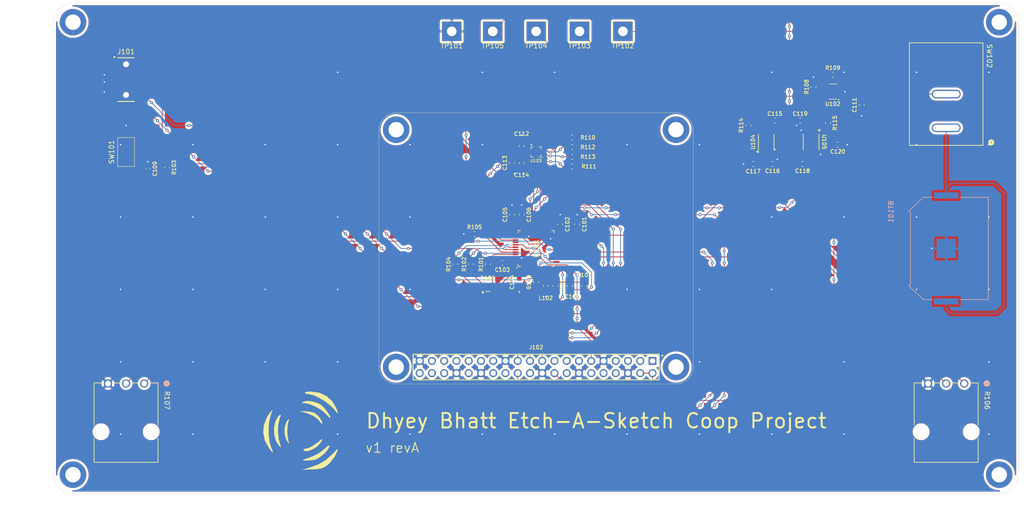
<source format=kicad_pcb>
(kicad_pcb (version 20241229) (generator "pcbnew") (generator_version "9.0")
  (layers (0 "F.Cu" signal) (2 "B.Cu" signal) (13 "F.Paste" user) (15 "B.Paste" user) (5 "F.SilkS" user "F.Silkscreen") (7 "B.SilkS" user "B.Silkscreen") (1 "F.Mask" user) (3 "B.Mask" user) (25 "Edge.Cuts" user))
  (net 0 "")
  (net 1 "Net-(BT101-PadP1)")
  (net 2 "GND")
  (net 3 "+3V3")
  (net 4 "/VDDA")
  (net 5 "GNDA")
  (net 6 "Net-(C109-Pad1)")
  (net 7 "/NRST")
  (net 8 "/VCC_3V_OUT")
  (net 9 "+5V")
  (net 10 "/VCC_3V")
  (net 11 "Net-(D101-Pad1)")
  (net 12 "Net-(D101-Pad3)")
  (net 13 "Net-(D101-Pad2)")
  (net 14 "/DEBUG_RX")
  (net 16 "/SWDIO")
  (net 18 "/SWO")
  (net 20 "/SWCLK")
  (net 22 "/DEBUG_TX")
  (net 25 "/SCREEN_NRST")
  (net 26 "/SPI2_SCK")
  (net 29 "/SPI2_MOSI")
  (net 37 "/SCREEN_HRDY")
  (net 42 "/SPI2_MISO")
  (net 48 "/SPI2_NSS")
  (net 51 "/X_CNTRL_POT")
  (net 52 "/Y_CNTRL_POT")
  (net 53 "/LED_B")
  (net 54 "/LED_G")
  (net 55 "/LED_R")
  (net 56 "Net-(U101A-PH3-BOOT0)")
  (net 57 "/ACCL_SDA")
  (net 58 "/ACCL_SCL")
  (net 66 "/ENABLE_5V")
  (net 67 "/ACCL_INT1")
  (net 72 "/ACCL_INT2")
  (net 78 "Net-(U104-C-)")
  (net 79 "Net-(U104-C+)")
  (net 80 "Net-(U105-C+)")
  (net 81 "Net-(U105-C-)")
  (net 82 "Net-(U102-ILIM)")
  (net 83 "Net-(U102-~{FAULT})")
  (net 84 "Net-(U103-SDO{slash}SDA0)")
  (net 85 "Net-(U103-CS)")
  (net 86 "Net-(U104-PGOOD)")
  (net 87 "Net-(U105-PGOOD)")
  (footprint "Dhyey Projects:0603_1608Metric" (layer "F.Cu") (at 152 107.775 90)
    (property "Reference" "L102")
    (property "Value" "600R@100MHz" (hide yes))
  )
  (footprint "Dhyey Projects:0603_1608Metric" (layer "F.Cu") (at 140 103.275 90)
    (property "Reference" "R101")
    (property "Value" "147R" (hide yes))
  )
  (footprint "Dhyey Projects:0603_1608Metric" (layer "F.Cu") (at 207.5 66.5 90)
    (property "Reference" "R108")
    (property "Value" "59K" (hide yes))
  )
  (footprint "MountingHole:MountingHole_3.2mm_M3_ISO14580_Pad_TopBottom" (layer "F.Cu") (at 120.995 124.585)
    (property "Reference" "H103" (hide yes))
    (property "Value" "MountingHole")
  )
  (footprint "Dhyey Projects:MIC_MCP1253T-33X50IMS" (layer "F.Cu") (at 207 77.9045 -90)
    (property "Reference" "U105")
    (property "Value" "MIC_MCP1253T-33X50I/MS" (hide yes))
  )
  (footprint "Dhyey Projects:0603_1608Metric" (layer "F.Cu") (at 147 78.725 -90)
    (property "Reference" "C112")
    (property "Value" "100nF" (hide yes))
  )
  (footprint "Dhyey Projects:0402_1005Metric" (layer "F.Cu") (at 69.5 83.5 90)
    (property "Reference" "C109")
    (property "Value" "10pF" (hide yes))
  )
  (footprint "TestPoint:TestPoint_THTPad_4.0x4.0mm_Drill2.0mm" (layer "F.Cu") (at 141 55 180)
    (property "Reference" "TP105")
    (property "Value" "VCC_5V")
  )
  (footprint "Dhyey Projects:0603_1608Metric" (layer "F.Cu") (at 199 82.5 180)
    (property "Reference" "C116")
    (property "Value" "10uF" (hide yes))
  )
  (footprint "Dhyey Projects:0603_1608Metric" (layer "F.Cu") (at 145 82.275 90)
    (property "Reference" "C113")
    (property "Value" "10uF" (hide yes))
  )
  (footprint "Dhyey Projects:0603_1608Metric" (layer "F.Cu") (at 211.5 64)
    (property "Reference" "R109")
    (property "Value" "100K" (hide yes))
  )
  (footprint "Dhyey Projects:0603_1608Metric" (layer "F.Cu") (at 204.725 73.5)
    (property "Reference" "C119")
    (property "Value" "10uF" (hide yes))
  )
  (footprint "Dhyey Projects:0603_1608Metric" (layer "F.Cu") (at 157.5 79 180)
    (property "Reference" "R112")
    (property "Value" "23.2K" (hide yes))
  )
  (footprint "Dhyey Projects:0603_1608Metric" (layer "F.Cu") (at 194 74.5 -90)
    (property "Reference" "R114")
    (property "Value" "100K" (hide yes))
  )
  (footprint "TestPoint:TestPoint_THTPad_4.0x4.0mm_Drill2.0mm" (layer "F.Cu") (at 132.5 55 180)
    (property "Reference" "TP101")
    (property "Value" "GND")
  )
  (footprint "Dhyey Projects:STM32L433CCT6" (layer "F.Cu") (at 150 100 90)
    (property "Reference" "U101")
    (property "Value" "STM32L433CCT6" (hide yes))
  )
  (footprint "MountingHole:MountingHole_3.2mm_M3_ISO14580_Pad_TopBottom" (layer "F.Cu") (at 246 53.1)
    (property "Reference" "H106" (hide yes))
    (property "Value" "MountingHole")
  )
  (footprint "Dhyey Projects:0603_1608Metric" (layer "F.Cu") (at 133.275 103.275 90)
    (property "Reference" "R104")
    (property "Value" "511R" (hide yes))
  )
  (footprint "TestPoint:TestPoint_THTPad_4.0x4.0mm_Drill2.0mm" (layer "F.Cu") (at 150 55 180)
    (property "Reference" "TP104")
    (property "Value" "VCC_3V3")
  )
  (footprint "Dhyey Projects:0603_1608Metric" (layer "F.Cu") (at 73.5 83.225 -90)
    (property "Reference" "R103")
    (property "Value" "1K" (hide yes))
  )
  (footprint "MountingHole:MountingHole_3.2mm_M3_ISO14580_Pad_TopBottom" (layer "F.Cu") (at 179.005 75.385)
    (property "Reference" "H102" (hide yes))
    (property "Value" "MountingHole")
  )
  (footprint "Dhyey Projects:0603_1608Metric" (layer "F.Cu") (at 143 103 180)
    (property "Reference" "C103")
    (property "Value" "100nF" (hide yes))
  )
  (footprint "Dhyey Projects:0603_1608Metric" (layer "F.Cu") (at 210.5 74 -90)
    (property "Reference" "R115")
    (property "Value" "100K" (hide yes))
  )
  (footprint "MountingHole:MountingHole_3.2mm_M3_ISO14580_Pad_TopBottom" (layer "F.Cu") (at 54 146.9)
    (property "Reference" "H107" (hide yes))
    (property "Value" "MountingHole")
  )
  (footprint "MountingHole:MountingHole_3.2mm_M3_ISO14580_Pad_TopBottom" (layer "F.Cu") (at 120.995 75.385)
    (property "Reference" "H101" (hide yes))
    (property "Value" "MountingHole")
  )
  (footprint "Dhyey Projects:TTE_P120PK-Y25BR10K" (layer "F.Cu") (at 65 135 180)
    (property "Reference" "R107")
    (property "Value" "TTE_P120PK-Y25BR10K" (hide yes))
  )
  (footprint "Dhyey Projects:0603_1608Metric" (layer "F.Cu") (at 157.5 81 180)
    (property "Reference" "R113")
    (property "Value" "23.2K" (hide yes))
  )
  (footprint "Dhyey Projects:TI_TPS2553DBVT_SOT-23-6" (layer "F.Cu") (at 211.5 67.5 180)
    (property "Reference" "U102")
    (property "Value" "TI_TPS2553DBVT" (hide yes))
  )
  (footprint "Dhyey Projects:0603_1608Metric" (layer "F.Cu") (at 147 82.275 -90)
    (property "Reference" "C114")
    (property "Value" "100nF" (hide yes))
  )
  (footprint "Dhyey Projects:ESW_RA11131121" (layer "F.Cu") (at 235 75 180)
    (property "Reference" "SW102")
    (property "Value" "ESW_RA11131121" (hide yes))
  )
  (footprint "Dhyey Projects:MIC_MCP1253T-33X50IMS" (layer "F.Cu") (at 197.7 77.944249 90)
    (property "Reference" "U104")
    (property "Value" "MIC_MCP1253T-33X50I/MS" (hide yes))
  )
  (footprint "Dhyey Projects:0603_1608Metric" (layer "F.Cu") (at 154 107.775 90)
    (property "Reference" "L101")
    (property "Value" "600R@100MHz" (hide yes))
  )
  (footprint "MountingHole:MountingHole_3.2mm_M3_ISO14580_Pad_TopBottom" (layer "F.Cu") (at 179.005 124.585)
    (property "Reference" "H104" (hide yes))
    (property "Value" "MountingHole")
  )
  (footprint "Dhyey Projects:0603_1608Metric" (layer "F.Cu") (at 157 107.775 -90)
    (property "Reference" "C108")
    (property "Value" "100nF" (hide yes))
  )
  (footprint "Dhyey Projects:ST_LIS2DW12TR" (layer "F.Cu") (at 150 80 180)
    (property "Reference" "U103")
    (property "Value" "ST_LIS2DW12TR" (hide yes))
  )
  (footprint "Dhyey Projects:0603_1608Metric" (layer "F.Cu") (at 145 93 90)
    (property "Reference" "C105")
    (property "Value" "1uF" (hide yes))
  )
  (footprint "MountingHole:MountingHole_3.2mm_M3_ISO14580_Pad_TopBottom" (layer "F.Cu") (at 54 53.1)
    (property "Reference" "H105" (hide yes))
    (property "Value" "MountingHole")
  )
  (footprint "Dhyey Projects:0603_1608Metric" (layer "F.Cu") (at 160 107.775 -90)
    (property "Reference" "C107")
    (property "Value" "1uF" (hide yes))
  )
  (footprint "MountingHole:MountingHole_3.2mm_M3_ISO14580_Pad_TopBottom" (layer "F.Cu") (at 246 146.9)
    (property "Reference" "H108" (hide yes))
    (property "Value" "MountingHole")
  )
  (footprint "Dhyey Projects:SAM_FTSH-107-01-L-DV-K-A_STDC14" (layer "F.Cu") (at 65 65 -90)
    (property "Reference" "J101")
    (property "Value" "SAM_FTSH-107-01-L-DV-K-A_STDC14" (hide yes))
  )
  (footprint "Dhyey Projects:0603_1608Metric" (layer "F.Cu") (at 136.5 103.275 90)
    (property "Reference" "R102")
    (property "Value" "147R" (hide yes))
  )
  (footprint "Dhyey Projects:WE_61304021121" (layer "F.Cu") (at 150 124.585 180)
    (property "Reference" "J102")
    (property "Value" "WE_61304021121" (hide yes))
  )
  (footprint "Dhyey Projects:0603_1608Metric" (layer "F.Cu") (at 158.5 95 90)
    (property "Reference" "C101")
    (property "Value" "4.7uF" (hide yes))
  )
  (footprint "Dhyey Projects:CK_GSPTS004003" (layer "F.Cu") (at 65 80 90)
    (property "Reference" "SW101")
    (property "Value" "CK_GSPTS004003" (hide yes))
  )
  (footprint "Dhyey Projects:0603_1608Metric" (layer "F.Cu") (at 212.5 78.5 180)
    (property "Reference" "C120")
    (property "Value" "10uF" (hide yes))
  )
  (footprint "Dhyey Projects:0603_1608Metric" (layer "F.Cu") (at 150 107 -90)
    (property "Reference" "C110")
    (property "Value" "22nF" (hide yes))
  )
  (footprint "Dhyey Projects:alumapower_icon" (layer "F.Cu") (at 101.5 137.5)
    (property "Reference" "G***" (hide yes))
    (property "Value" "LOGO" (hide yes))
  )
  (footprint "Dhyey Projects:0603_1608Metric" (layer "F.Cu") (at 205.225 82.5 180)
    (property "Reference" "C118")
    (property "Value" "1uF" (hide yes))
  )
  (footprint "Dhyey Projects:0603_1608Metric" (layer "F.Cu") (at 155 95 90)
    (property "Reference" "C102")
    (property "Value" "100nF" (hide yes))
  )
  (footprint "Dhyey Projects:0603_1608Metric" (layer "F.Cu") (at 157.45 77)
    (property "Reference" "R110")
    (property "Value" "10K" (hide yes))
  )
  (footprint "Dhyey Projects:0603_1608Metric" (layer "F.Cu") (at 137.225 97)
    (property "Reference" "R105")
    (property "Value" "10K" (hide yes))
  )
  (footprint "Dhyey Projects:0603_1608Metric" (layer "F.Cu") (at 157.45 83)
    (property "Reference" "R111")
    (property "Value" "10K" (hide yes))
  )
  (footprint "Dhyey Projects:TTE_P120PK-Y25BR10K" (layer "F.Cu") (at 235 135 180)
    (property "Reference" "R106")
    (property "Value" "TTE_P120PK-Y25BR10K" (hide yes))
  )
  (footprint "Dhyey Projects:0603_1608Metric" (layer "F.Cu") (at 217.5 70.275 90)
    (property "Reference" "C111")
    (property "Value" "100nF" (hide yes))
  )
  (footprint "Dhyey Projects:0603_1608Metric" (layer "F.Cu") (at 147 93 90)
    (property "Reference" "C106")
    (property "Value" "100nF" (hide yes))
  )
  (footprint "Dhyey Projects:0603_1608Metric" (layer "F.Cu") (at 199.5 73.5)
    (property "Reference" "C115")
    (property "Value" "1uF" (hide yes))
  )
  (footprint "Dhyey Projects:EE_EAST1616RGBB2" (layer "F.Cu") (at 140 108)
    (property "Reference" "D101")
    (property "Value" "EE_EAST1616RGBB2" (hide yes))
  )
  (footprint "TestPoint:TestPoint_THTPad_4.0x4.0mm_Drill2.0mm" (layer "F.Cu") (at 159 55 180)
    (property "Reference" "TP103")
    (property "Value" "VCC_3V_OUT")
  )
  (footprint "Dhyey Projects:0603_1608Metric" (layer "F.Cu") (at 195 82.5)
    (property "Reference" "C117")
    (property "Value" "10uF" (hide yes))
  )
  (footprint "TestPoint:TestPoint_THTPad_4.0x4.0mm_Drill2.0mm" (layer "F.Cu") (at 168 55 180)
    (property "Reference" "TP102")
    (property "Value" "VCC_3V")
  )
  (footprint "Dhyey Projects:0603_1608Metric" (layer "F.Cu") (at 146.5 107 -90)
    (property "Reference" "C104")
    (property "Value" "1uF" (hide yes))
  )
  (footprint "Dhyey Projects:KE_3034TR" (layer "B.Cu") (at 235 100 -90)
    (property "Reference" "BT101")
    (property "Value" "KE_3034TR" (hide yes))
  )
  (gr_line (start 178.945 128.105) (end 121.055 128.105) (stroke (width 0.05)) (layer "F.SilkS"))
  (gr_arc (start 121.055 128.105) (mid 118.488202 127.041798) (end 117.425 124.475) (stroke (width 0.05)) (layer "F.SilkS"))
  (gr_line (start 121.055 71.895) (end 178.945 71.895) (stroke (width 0.05)) (layer "F.SilkS"))
  (gr_line (start 117.425 124.475) (end 117.425 75.525) (stroke (width 0.05)) (layer "F.SilkS"))
  (gr_line (start 182.575 75.525) (end 182.575 124.475) (stroke (width 0.05)) (layer "F.SilkS"))
  (gr_arc (start 117.425 75.525) (mid 118.488202 72.958202) (end 121.055 71.895) (stroke (width 0.05)) (layer "F.SilkS"))
  (gr_arc (start 178.945 71.895) (mid 181.511798 72.958202) (end 182.575 75.525) (stroke (width 0.05)) (layer "F.SilkS"))
  (gr_arc (start 182.575 124.475) (mid 181.511798 127.041798) (end 178.945 128.105) (stroke (width 0.05)) (layer "F.SilkS"))
  (gr_arc (start 250 146.9) (mid 248.828427 149.728427) (end 246 150.9) (stroke (width 0.05)) (layer "Edge.Cuts"))
  (gr_arc (start 246 49.1) (mid 248.828427 50.271573) (end 250 53.1) (stroke (width 0.05)) (layer "Edge.Cuts"))
  (gr_arc (start 54 150.9) (mid 51.171573 149.728427) (end 50 146.9) (stroke (width 0.05)) (layer "Edge.Cuts"))
  (gr_line (start 246 150.9) (end 54 150.9) (stroke (width 0.05)) (layer "Edge.Cuts"))
  (gr_line (start 54 49.1) (end 246 49.1) (stroke (width 0.05)) (layer "Edge.Cuts"))
  (gr_line (start 250 53.1) (end 250 146.9) (stroke (width 0.05)) (layer "Edge.Cuts"))
  (gr_line (start 50 146.9) (end 50 53.1) (stroke (width 0.05)) (layer "Edge.Cuts"))
  (gr_arc (start 50 53.1) (mid 51.171573 50.271573) (end 54 49.1) (stroke (width 0.05)) (layer "Edge.Cuts"))
  (gr_text "Dhyey Bhatt Etch-A-Sketch Coop Project" (at 114.5 137.5 0) (layer "F.SilkS") (effects (font (size 3 3) (thickness 0.4)) (justify left bottom)))
  (gr_text "v1 revA" (at 114.5 142.5 0) (layer "F.SilkS") (effects (font (size 2 2) (thickness 0.2)) (justify left bottom)))
  (segment (start 235 89.015) (end 235 75) (width 0.1524) (layer "B.Cu") (net 1))
  (segment (start 247 88.5) (end 247 112) (width 0.1524) (layer "B.Cu") (net 1))
  (segment (start 235 112.5) (end 235 110.985) (width 0.1524) (layer "B.Cu") (net 1))
  (segment (start 245.5 113.5) (end 236 113.5) (width 0.1524) (layer "B.Cu") (net 1))
  (segment (start 245 86.5) (end 247 88.5) (width 0.1524) (layer "B.Cu") (net 1))
  (segment (start 235 89.015) (end 235 87.5) (width 0.1524) (layer "B.Cu") (net 1))
  (segment (start 247 112) (end 245.5 113.5) (width 0.1524) (layer "B.Cu") (net 1))
  (segment (start 236 113.5) (end 235 112.5) (width 0.1524) (layer "B.Cu") (net 1))
  (segment (start 236 86.5) (end 245 86.5) (width 0.1524) (layer "B.Cu") (net 1))
  (segment (start 235 87.5) (end 236 86.5) (width 0.1524) (layer "B.Cu") (net 1))
  (segment (start 149.24 78.74) (end 149 78.5) (width 0.1524) (layer "F.Cu") (net 2))
  (segment (start 62.965 63.73) (end 60.77 63.73) (width 0.1524) (layer "F.Cu") (net 2))
  (segment (start 150 107.775) (end 148.725 107.775) (width 0.1524) (layer "F.Cu") (net 2))
  (segment (start 207.974999 80) (end 208.474999 80) (width 0.1524) (layer "F.Cu") (net 2))
  (segment (start 146.5 107.775) (end 146.5 109) (width 0.1524) (layer "F.Cu") (net 2))
  (segment (start 217.5 71.05) (end 217.5 72.5) (width 0.1524) (layer "F.Cu") (net 2))
  (segment (start 154.249999 97.749999) (end 153.250001 97.749999) (width 0.1524) (layer "F.Cu") (net 2))
  (segment (start 208.474999 80) (end 208.974999 80.5) (width 0.1524) (layer "F.Cu") (net 2))
  (segment (start 69.5 83.02) (end 69.5 82) (width 0.1524) (layer "F.Cu") (net 2))
  (segment (start 149.24 79.25) (end 149.24 78.74) (width 0.1524) (layer "F.Cu") (net 2))
  (segment (start 148.5 97.5) (end 147.749999 96.749999) (width 0.1524) (layer "F.Cu") (net 2))
  (segment (start 199.775 82.5) (end 199.775 81.725) (width 0.1524) (layer "F.Cu") (net 2))
  (segment (start 145.750001 102.250001) (end 146.749999 102.250001) (width 0.1524) (layer "F.Cu") (net 2))
  (segment (start 194.225 82.5) (end 193 82.5) (width 0.1524) (layer "F.Cu") (net 2))
  (segment (start 60.5 67.54) (end 62.965 67.54) (width 0.1524) (layer "F.Cu") (net 2))
  (segment (start 147 83.05) (end 147 84) (width 0.1524) (layer "F.Cu") (net 2))
  (segment (start 212.755 67.5) (end 214 67.5) (width 0.1524) (layer "F.Cu") (net 2))
  (segment (start 147 84) (end 147.5 84.5) (width 0.1524) (layer "F.Cu") (net 2))
  (segment (start 198.674999 80.039749) (end 198.960251 80.039749) (width 0.1524) (layer "F.Cu") (net 2))
  (segment (start 65 76.15) (end 65 74.5) (width 0.1524) (layer "F.Cu") (net 2))
  (segment (start 149.75 79.24) (end 149.25 79.24) (width 0.1524) (layer "F.Cu") (net 2))
  (segment (start 145 92.225) (end 145 91) (width 0.1524) (layer "F.Cu") (net 2))
  (segment (start 206.025001 75.809) (end 205.283999 75.809) (width 0.1524) (layer "F.Cu") (net 2))
  (segment (start 153.250001 97.749999) (end 153 98) (width 0.1524) (layer "F.Cu") (net 2))
  (segment (start 199.775 81.725) (end 200 81.5) (width 0.1524) (layer "F.Cu") (net 2))
  (segment (start 147.749999 96.749999) (end 147.749999 95.750001) (width 0.1524) (layer "F.Cu") (net 2))
  (segment (start 61 65) (end 60.5 65.5) (width 0.1524) (layer "F.Cu") (net 2))
  (segment (start 149.25 79.24) (end 149.24 79.25) (width 0.1524) (layer "F.Cu") (net 2))
  (segment (start 62.965 65) (end 61 65) (width 0.1524) (layer "F.Cu") (net 2))
  (segment (start 198.960251 80.039749) (end 199.5 79.5) (width 0.1524) (layer "F.Cu") (net 2))
  (segment (start 147 77.95) (end 147 76.5) (width 0.1524) (layer "F.Cu") (net 2))
  (segment (start 60.77 63.73) (end 60.5 64) (width 0.1524) (layer "F.Cu") (net 2))
  (segment (start 155 94.225) (end 155 93) (width 0.1524) (layer "F.Cu") (net 2))
  (segment (start 136.45 97) (end 135 97) (width 0.1524) (layer "F.Cu") (net 2))
  (segment (start 203.95 74.45) (end 204 74.5) (width 0.1524) (layer "F.Cu") (net 2))
  (segment (start 142.225 103.725) (end 142.5 104) (width 0.1524) (layer "F.Cu") (net 2))
  (segment (start 213.275 78.5) (end 214.5 78.5) (width 0.1524) (layer "F.Cu") (net 2))
  (segment (start 205.283999 75.809) (end 204.974999 75.5) (width 0.1524) (layer "F.Cu") (net 2))
  (segment (start 158.5 94.225) (end 158.5 93) (width 0.1524) (layer "F.Cu") (net 2))
  (segment (start 207.5 65.725) (end 207.5 64.5) (width 0.1524) (layer "F.Cu") (net 2))
  (segment (start 146.749999 102.250001) (end 147 102) (width 0.1524) (layer "F.Cu") (net 2))
  (segment (start 145 84) (end 145.5 84.5) (width 0.1524) (layer "F.Cu") (net 2))
  (segment (start 147 92.225) (end 147 91) (width 0.1524) (layer "F.Cu") (net 2))
  (segment (start 149.24 79.75) (end 149.24 79.25) (width 0.1524) (layer "F.Cu") (net 2))
  (segment (start 142.225 103) (end 142.225 103.725) (width 0.1524) (layer "F.Cu") (net 2))
  (segment (start 152 108.55) (end 152 110) (width 0.1524) (layer "F.Cu") (net 2))
  (segment (start 203.95 73.5) (end 203.95 74.45) (width 0.1524) (layer "F.Cu") (net 2))
  (segment (start 148.725 107.775) (end 148.5 108) (width 0.1524) (layer "F.Cu") (net 2))
  (segment (start 145 83.05) (end 145 84) (width 0.1524) (layer "F.Cu") (net 2))
  (via (at 228.85119 78.5) (size 0.6) (drill 0.3) (layers "F.Cu" "B.Cu") (net 2))
  (via (at 208.974999 80.5) (size 0.6) (drill 0.3) (layers "F.Cu" "B.Cu") (net 2))
  (via (at 198.85119 138.5) (size 0.6) (drill 0.3) (layers "F.Cu" "B.Cu") (net 2))
  (via (at 123.85119 138.5) (size 0.6) (drill 0.3) (layers "F.Cu" "B.Cu") (net 2))
  (via (at 78.85119 108.5) (size 0.6) (drill 0.3) (layers "F.Cu" "B.Cu") (net 2))
  (via (at 149 78.5) (size 0.6) (drill 0.3) (layers "F.Cu" "B.Cu") (net 2))
  (via (at 228.85119 93.5) (size 0.6) (drill 0.3) (layers "F.Cu" "B.Cu") (net 2))
  (via (at 217.5 72.5) (size 0.6) (drill 0.3) (layers "F.Cu" "B.Cu") (net 2))
  (via (at 63.85119 78.5) (size 0.6) (drill 0.3) (layers "F.Cu" "B.Cu") (net 2))
  (via (at 153.85119 138.5) (size 0.6) (drill 0.3) (layers "F.Cu" "B.Cu") (net 2))
  (via (at 198.85119 108.5) (size 0.6) (drill 0.3) (layers "F.Cu" "B.Cu") (net 2))
  (via (at 146.5 109) (size 0.6) (drill 0.3) (layers "F.Cu" "B.Cu") (net 2))
  (via (at 148.5 108) (size 0.6) (drill 0.3) (layers "F.Cu" "B.Cu") (net 2))
  (via (at 183.85119 108.5) (size 0.6) (drill 0.3) (layers "F.Cu" "B.Cu") (net 2))
  (via (at 204 74.5) (size 0.6) (drill 0.3) (layers "F.Cu" "B.Cu") (net 2))
  (via (at 78.85119 93.5) (size 0.6) (drill 0.3) (layers "F.Cu" "B.Cu") (net 2))
  (via (at 243.85119 63.5) (size 0.6) (drill 0.3) (layers "F.Cu" "B.Cu") (net 2))
  (via (at 243.85119 78.5) (size 0.6) (drill 0.3) (layers "F.Cu" "B.Cu") (net 2))
  (via (at 69.5 82) (size 0.6) (drill 0.3) (layers "F.Cu" "B.Cu") (net 2))
  (via (at 204.974999 75.5) (size 0.6) (drill 0.3) (layers "F.Cu" "B.Cu") (net 2))
  (via (at 198.85119 63.5) (size 0.6) (drill 0.3) (layers "F.Cu" "B.Cu") (net 2))
  (via (at 93.85119 108.5) (size 0.6) (drill 0.3) (layers "F.Cu" "B.Cu") (net 2))
  (via (at 123.85119 93.5) (size 0.6) (drill 0.3) (layers "F.Cu" "B.Cu") (net 2))
  (via (at 63.85119 108.5) (size 0.6) (drill 0.3) (layers "F.Cu" "B.Cu") (net 2))
  (via (at 147.5 84.5) (size 0.6) (drill 0.3) (layers "F.Cu" "B.Cu") (net 2))
  (via (at 148.5 97.5) (size 0.6) (drill 0.3) (layers "F.Cu" "B.Cu") (net 2))
  (via (at 243.85119 93.5) (size 0.6) (drill 0.3) (layers "F.Cu" "B.Cu") (net 2))
  (via (at 108.85119 108.5) (size 0.6) (drill 0.3) (layers "F.Cu" "B.Cu") (net 2))
  (via (at 213.85119 93.5) (size 0.6) (drill 0.3) (layers "F.Cu" "B.Cu") (net 2))
  (via (at 198.85119 93.5) (size 0.6) (drill 0.3) (layers "F.Cu" "B.Cu") (net 2))
  (via (at 168.85119 78.5) (size 0.6) (drill 0.3) (layers "F.Cu" "B.Cu") (net 2))
  (via (at 228.85119 108.5) (size 0.6) (drill 0.3) (layers "F.Cu" "B.Cu") (net 2))
  (via (at 93.85119 138.5) (size 0.6) (drill 0.3) (layers "F.Cu" "B.Cu") (net 2))
  (via (at 153.85119 63.5) (size 0.6) (drill 0.3) (layers "F.Cu" "B.Cu") (net 2))
  (via (at 168.85119 138.5) (size 0.6) (drill 0.3) (layers "F.Cu" "B.Cu") (net 2))
  (via (at 214.5 78.5) (size 0.6) (drill 0.3) (layers "F.Cu" "B.Cu") (net 2))
  (via (at 213.85119 123.5) (size 0.6) (drill 0.3) (layers "F.Cu" "B.Cu") (net 2))
  (via (at 78.85119 138.5) (size 0.6) (drill 0.3) (layers "F.Cu" "B.Cu") (net 2))
  (via (at 108.85119 93.5) (size 0.6) (drill 0.3) (layers "F.Cu" "B.Cu") (net 2))
  (via (at 63.85119 93.5) (size 0.6) (drill 0.3) (layers "F.Cu" "B.Cu") (net 2))
  (via (at 93.85119 78.5) (size 0.6) (drill 0.3) (layers "F.Cu" "B.Cu") (net 2))
  (via (at 60.5 65.5) (size 0.6) (drill 0.3) (layers "F.Cu" "B.Cu") (net 2))
  (via (at 213.85119 138.5) (size 0.6) (drill 0.3) (layers "F.Cu" "B.Cu") (net 2))
  (via (at 228.85119 63.5) (size 0.6) (drill 0.3) (layers "F.Cu" "B.Cu") (net 2))
  (via (at 152 110) (size 0.6) (drill 0.3) (layers "F.Cu" "B.Cu") (net 2))
  (via (at 145 91) (size 0.6) (drill 0.3) (layers "F.Cu" "B.Cu") (net 2))
  (via (at 147 76.5) (size 0.6) (drill 0.3) (layers "F.Cu" "B.Cu") (net 2))
  (via (at 138.85119 138.5) (size 0.6) (drill 0.3) (layers "F.Cu" "B.Cu") (net 2))
  (via (at 200 81.5) (size 0.6) (drill 0.3) (layers "F.Cu" "B.Cu") (net 2))
  (via (at 153 98) (size 0.6) (drill 0.3) (layers "F.Cu" "B.Cu") (net 2))
  (via (at 108.85119 78.5) (size 0.6) (drill 0.3) (layers "F.Cu" "B.Cu") (net 2))
  (via (at 232 100) (size 0.6) (drill 0.3) (layers "F.Cu" "B.Cu") (net 2))
  (via (at 183.85119 78.5) (size 0.6) (drill 0.3) (layers "F.Cu" "B.Cu") (net 2))
  (via (at 214 67.5) (size 0.6) (drill 0.3) (layers "F.Cu" "B.Cu") (net 2))
  (via (at 243.85119 123.5) (size 0.6) (drill 0.3) (layers "F.Cu" "B.Cu") (net 2))
  (via (at 183.85119 123.5) (size 0.6) (drill 0.3) (layers "F.Cu" "B.Cu") (net 2))
  (via (at 93.85119 93.5) (size 0.6) (drill 0.3) (layers "F.Cu" "B.Cu") (net 2))
  (via (at 138.85119 78.5) (size 0.6) (drill 0.3) (layers "F.Cu" "B.Cu") (net 2))
  (via (at 135 97) (size 0.6) (drill 0.3) (layers "F.Cu" "B.Cu") (net 2))
  (via (at 123.85119 78.5) (size 0.6) (drill 0.3) (layers "F.Cu" "B.Cu") (net 2))
  (via (at 63.85119 123.5) (size 0.6) (drill 0.3) (layers "F.Cu" "B.Cu") (net 2))
  (via (at 168.85119 108.5) (size 0.6) (drill 0.3) (layers "F.Cu" "B.Cu") (net 2))
  (via (at 60.5 67.54) (size 0.6) (drill 0.3) (layers "F.Cu" "B.Cu") (net 2))
  (via (at 213.85119 63.5) (size 0.6) (drill 0.3) (layers "F.Cu" "B.Cu") (net 2))
  (via (at 207.5 64.5) (size 0.6) (drill 0.3) (layers "F.Cu" "B.Cu") (net 2))
  (via (at 65 74.5) (size 0.6) (drill 0.3) (layers "F.Cu" "B.Cu") (net 2))
  (via (at 63.85119 138.5) (size 0.6) (drill 0.3) (layers "F.Cu" "B.Cu") (net 2))
  (via (at 108.85119 123.5) (size 0.6) (drill 0.3) (layers "F.Cu" "B.Cu") (net 2))
  (via (at 199.5 79.5) (size 0.6) (drill 0.3) (layers "F.Cu" "B.Cu") (net 2))
  (via (at 243.85119 138.5) (size 0.6) (drill 0.3) (layers "F.Cu" "B.Cu") (net 2))
  (via (at 108.85119 63.5) (size 0.6) (drill 0.3) (layers "F.Cu" "B.Cu") (net 2))
  (via (at 138.85119 63.5) (size 0.6) (drill 0.3) (layers "F.Cu" "B.Cu") (net 2))
  (via (at 108.85119 138.5) (size 0.6) (drill 0.3) (layers "F.Cu" "B.Cu") (net 2))
  (via (at 193 82.5) (size 0.6) (drill 0.3) (layers "F.Cu" "B.Cu") (net 2))
  (via (at 142.5 104) (size 0.6) (drill 0.3) (layers "F.Cu" "B.Cu") (net 2))
  (via (at 93.85119 123.5) (size 0.6) (drill 0.3) (layers "F.Cu" "B.Cu") (net 2))
  (via (at 158.5 93) (size 0.6) (drill 0.3) (layers "F.Cu" "B.Cu") (net 2))
  (via (at 78.85119 123.5) (size 0.6) (drill 0.3) (layers "F.Cu" "B.Cu") (net 2))
  (via (at 147 102) (size 0.6) (drill 0.3) (layers "F.Cu" "B.Cu") (net 2))
  (via (at 183.85119 138.5) (size 0.6) (drill 0.3) (layers "F.Cu" "B.Cu") (net 2))
  (via (at 155 93) (size 0.6) (drill 0.3) (layers "F.Cu" "B.Cu") (net 2))
  (via (at 145.5 84.5) (size 0.6) (drill 0.3) (layers "F.Cu" "B.Cu") (net 2))
  (via (at 243.85119 108.5) (size 0.6) (drill 0.3) (layers "F.Cu" "B.Cu") (net 2))
  (via (at 60.5 64) (size 0.6) (drill 0.3) (layers "F.Cu" "B.Cu") (net 2))
  (via (at 147 91) (size 0.6) (drill 0.3) (layers "F.Cu" "B.Cu") (net 2))
  (via (at 123.85119 108.5) (size 0.6) (drill 0.3) (layers "F.Cu" "B.Cu") (net 2))
  (via (at 78.85119 78.5) (size 0.6) (drill 0.3) (layers "F.Cu" "B.Cu") (net 2))
  (segment (start 235 100) (end 232 100) (width 0.1524) (layer "B.Cu") (net 2))
  (segment (start 147.25 97.75) (end 148.591858 99.091858) (width 0.1524) (layer "F.Cu") (net 3))
  (segment (start 135.5 76) (end 117 57.5) (width 0.1524) (layer "F.Cu") (net 3))
  (segment (start 148.25 80.75) (end 149.24 80.75) (width 0.1524) (layer "F.Cu") (net 3))
  (segment (start 144.341857 105.841857) (end 141.733716 108.449999) (width 0.1524) (layer "F.Cu") (net 3))
  (segment (start 160.5 97.25) (end 159.5 97.25) (width 0.1524) (layer "F.Cu") (net 3))
  (segment (start 158.225 77) (end 158.225 78.95) (width 0.1524) (layer "F.Cu") (net 3))
  (segment (start 140 92) (end 135.5 87.5) (width 0.1524) (layer "F.Cu") (net 3))
  (segment (start 158.225 75.725) (end 158.225 77) (width 0.1524) (layer "F.Cu") (net 3))
  (segment (start 195.981548 82.5) (end 195.775 82.5) (width 0.1524) (layer "F.Cu") (net 3))
  (segment (start 154.249999 97.25) (end 154.249999 96.525001) (width 0.1524) (layer "F.Cu") (net 3))
  (segment (start 60 57.5) (end 58.5 59) (width 0.1524) (layer "F.Cu") (net 3))
  (segment (start 144.025 102.75) (end 145.750001 102.75) (width 0.1524) (layer "F.Cu") (net 3))
  (segment (start 143.5 81.5) (end 145 81.5) (width 0.1524) (layer "F.Cu") (net 3))
  (segment (start 158.275 79) (end 158.275 81) (width 0.1524) (layer "F.Cu") (net 3))
  (segment (start 158.225 78.95) (end 158.275 79) (width 0.1524) (layer "F.Cu") (net 3))
  (segment (start 147.25 95.750001) (end 147.25 97.75) (width 0.1524) (layer "F.Cu") (net 3))
  (segment (start 153 111) (end 146.5 111) (width 0.1524) (layer "F.Cu") (net 3))
  (segment (start 140 85) (end 140.5 84.5) (width 0.1524) (layer "F.Cu") (net 3))
  (segment (start 195.775 85.0226) (end 238.7524 128) (width 0.1524) (layer "F.Cu") (net 3))
  (segment (start 197.374999 81.106549) (end 195.981548 82.5) (width 0.1524) (layer "F.Cu") (net 3))
  (segment (start 117 57.5) (end 60 57.5) (width 0.1524) (layer "F.Cu") (net 3))
  (segment (start 157.5 75) (end 158.225 75.725) (width 0.1524) (layer "F.Cu") (net 3))
  (segment (start 195.775 82.5) (end 195.775 85.0226) (width 0.1524) (layer "F.Cu") (net 3))
  (segment (start 181.025 97.25) (end 160.5 97.25) (width 0.1524) (layer "F.Cu") (net 3))
  (segment (start 147 79.5) (end 147.75 80.25) (width 0.1524) (layer "F.Cu") (net 3))
  (segment (start 135.5 76.5) (end 135.5 76) (width 0.1524) (layer "F.Cu") (net 3))
  (segment (start 179.8875 66) (end 161 66) (width 0.1524) (layer "F.Cu") (net 3))
  (segment (start 141.733716 108.449999) (end 140.9652 108.449999) (width 0.1524) (layer "F.Cu") (net 3))
  (segment (start 145.5 76) (end 146.5 75) (width 0.1524) (layer "F.Cu") (net 3))
  (segment (start 147.25 95.750001) (end 147.25 94.75) (width 0.1524) (layer "F.Cu") (net 3))
  (segment (start 158.275 82.95) (end 158.225 83) (width 0.1524) (layer "F.Cu") (net 3))
  (segment (start 146.5 105) (end 146.5 106.225) (width 0.1524) (layer "F.Cu") (net 3))
  (segment (start 147.75 80.25) (end 149.24 80.25) (width 0.1524) (layer "F.Cu") (net 3))
  (segment (start 58.5 61) (end 59.96 62.46) (width 0.1524) (layer "F.Cu") (net 3))
  (segment (start 197.374999 80.039749) (end 197.374999 81.106549) (width 0.1524) (layer "F.Cu") (net 3))
  (segment (start 147.25 94.75) (end 147 94.5) (width 0.1524) (layer "F.Cu") (net 3))
  (segment (start 148.591858 99.091858) (end 151.091858 99.091858) (width 0.1524) (layer "F.Cu") (net 3))
  (segment (start 146.5 75) (end 157.5 75) (width 0.1524) (layer "F.Cu") (net 3))
  (segment (start 145.750001 102.75) (end 147.433715 102.75) (width 0.1524) (layer "F.Cu") (net 3))
  (segment (start 58.5 59) (end 58.5 61) (width 0.1524) (layer "F.Cu") (net 3))
  (segment (start 154 108.55) (end 154 110) (width 0.1524) (layer "F.Cu") (net 3))
  (segment (start 142 83) (end 143.5 81.5) (width 0.1524) (layer "F.Cu") (net 3))
  (segment (start 147.433715 102.75) (end 151.091858 99.091858) (width 0.1524) (layer "F.Cu") (net 3))
  (segment (start 86.7524 110) (end 140.183715 110) (width 0.1524) (layer "F.Cu") (net 3))
  (segment (start 140 92) (end 140 85) (width 0.1524) (layer "F.Cu") (net 3))
  (segment (start 151.091858 99.091858) (end 152.933715 97.25) (width 0.1524) (layer "F.Cu") (net 3))
  (segment (start 147.25 104.249999) (end 146.5 105) (width 0.1524) (layer "F.Cu") (net 3))
  (segment (start 161 66) (end 150 55) (width 0.1524) (layer "F.Cu") (net 3))
  (segment (start 158.5 96.25) (end 159.5 97.25) (width 0.1524) (layer "F.Cu") (net 3))
  (segment (start 158.275 81) (end 158.275 82.95) (width 0.1524) (layer "F.Cu") (net 3))
  (segment (start 135.5 87.5) (end 135.5 81) (width 0.1524) (layer "F.Cu") (net 3))
  (segment (start 143.5 95.5) (end 140 92) (width 0.1524) (layer "F.Cu") (net 3))
  (segment (start 147.25 102.933715) (end 144.341857 105.841857) (width 0.1524) (layer "F.Cu") (net 3))
  (segment (start 147.25 102.933715) (end 147.25 104.249999) (width 0.1524) (layer "F.Cu") (net 3))
  (segment (start 147 81.5) (end 147.5 81.5) (width 0.1524) (layer "F.Cu") (net 3))
  (segment (start 147 94.5) (end 147 93.775) (width 0.1524) (layer "F.Cu") (net 3))
  (segment (start 195.775 81.8875) (end 179.8875 66) (width 0.1524) (layer "F.Cu") (net 3))
  (segment (start 147.433715 102.75) (end 147.25 102.933715) (width 0.1524) (layer "F.Cu") (net 3))
  (segment (start 145 81.5) (end 147 81.5) (width 0.1524) (layer "F.Cu") (net 3))
  (segment (start 146.5 111) (end 144.841857 109.341857) (width 0.1524) (layer "F.Cu") (net 3))
  (segment (start 154.249999 96.525001) (end 155 95.775) (width 0.1524) (layer "F.Cu") (net 3))
  (segment (start 140.183715 110) (end 141.733716 108.449999) (width 0.1524) (layer "F.Cu") (net 3))
  (segment (start 154 110) (end 153 111) (width 0.1524) (layer "F.Cu") (net 3))
  (segment (start 147.25 95.750001) (end 146.999999 95.5) (width 0.1524) (layer "F.Cu") (net 3))
  (segment (start 143.775 103) (end 144.025 102.75) (width 0.1524) (layer "F.Cu") (net 3))
  (segment (start 144.841857 109.341857) (end 144.841857 105.341857) (width 0.1524) (layer "F.Cu") (net 3))
  (segment (start 146.999999 95.5) (end 143.5 95.5) (width 0.1524) (layer "F.Cu") (net 3))
  (segment (start 159.5 97.25) (end 154.249999 97.25) (width 0.1524) (layer "F.Cu") (net 3))
  (segment (start 144.841857 105.341857) (end 144.341857 105.841857) (width 0.1524) (layer "F.Cu") (net 3))
  (segment (start 195.775 82.5) (end 195.775 81.8875) (width 0.1524) (layer "F.Cu") (net 3))
  (segment (start 143.5 81.5) (end 145.5 79.5) (width 0.1524) (layer "F.Cu") (net 3))
  (segment (start 68.7524 128) (end 86.7524 110) (width 0.1524) (layer "F.Cu") (net 3))
  (segment (start 195.775 82.5) (end 181.025 97.25) (width 0.1524) (layer "F.Cu") (net 3))
  (segment (start 158.5 95.775) (end 158.5 96.25) (width 0.1524) (layer "F.Cu") (net 3))
  (segment (start 145.5 79.5) (end 147 79.5) (width 0.1524) (layer "F.Cu") (net 3))
  (segment (start 145 93.775) (end 147 93.775) (width 0.1524) (layer "F.Cu") (net 3))
  (segment (start 152.933715 97.25) (end 154.249999 97.25) (width 0.1524) (layer "F.Cu") (net 3))
  (segment (start 59.96 62.46) (end 62.965 62.46) (width 0.1524) (layer "F.Cu") (net 3))
  (segment (start 147.5 81.5) (end 148.25 80.75) (width 0.1524) (layer "F.Cu") (net 3))
  (segment (start 145.5 79.5) (end 145.5 76) (width 0.1524) (layer "F.Cu") (net 3))
  (via (at 142 83) (size 0.6) (drill 0.3) (layers "F.Cu" "B.Cu") (net 3))
  (via (at 135.5 81) (size 0.6) (drill 0.3) (layers "F.Cu" "B.Cu") (net 3))
  (via (at 140.5 84.5) (size 0.6) (drill 0.3) (layers "F.Cu" "B.Cu") (net 3))
  (via (at 135.5 76.5) (size 0.6) (drill 0.3) (layers "F.Cu" "B.Cu") (net 3))
  (segment (start 135.5 76.5) (end 135.5 81) (width 0.1524) (layer "B.Cu") (net 3))
  (segment (start 140.5 84.5) (end 142 83) (width 0.1524) (layer "B.Cu") (net 3))
  (segment (start 151.25 105.000217) (end 152.249783 106) (width 0.1524) (layer "F.Cu") (net 4))
  (segment (start 152.249783 106) (end 153 106) (width 0.1524) (layer "F.Cu") (net 4))
  (segment (start 151.25 104.249999) (end 151.25 105.000217) (width 0.1524) (layer "F.Cu") (net 4))
  (segment (start 154 107) (end 157 107) (width 0.1524) (layer "F.Cu") (net 4))
  (segment (start 157 107) (end 160 107) (width 0.1524) (layer "F.Cu") (net 4))
  (segment (start 153 106) (end 154 107) (width 0.1524) (layer "F.Cu") (net 4))
  (segment (start 157 108.55) (end 160 108.55) (width 0.1524) (layer "F.Cu") (net 5))
  (segment (start 150.750001 103.249999) (end 150.750001 104.249999) (width 0.1524) (layer "F.Cu") (net 5))
  (segment (start 150.750001 105.000002) (end 152 106.250001) (width 0.1524) (layer "F.Cu") (net 5))
  (segment (start 161.5 108) (end 160.95 108.55) (width 0.1524) (layer "F.Cu") (net 5))
  (segment (start 152 106.250001) (end 152 107) (width 0.1524) (layer "F.Cu") (net 5))
  (segment (start 160.95 108.55) (end 160 108.55) (width 0.1524) (layer "F.Cu") (net 5))
  (segment (start 150.750001 104.249999) (end 150.750001 105.000002) (width 0.1524) (layer "F.Cu") (net 5))
  (segment (start 151 103) (end 150.750001 103.249999) (width 0.1524) (layer "F.Cu") (net 5))
  (via (at 161.5 108) (size 0.6) (drill 0.3) (layers "F.Cu" "B.Cu") (net 5))
  (via (at 151 103) (size 0.6) (drill 0.3) (layers "F.Cu" "B.Cu") (net 5))
  (segment (start 159.5 103) (end 161.5 105) (width 0.1524) (layer "B.Cu") (net 5))
  (segment (start 151 103) (end 159.5 103) (width 0.1524) (layer "B.Cu") (net 5))
  (segment (start 161.5 105) (end 161.5 108) (width 0.1524) (layer "B.Cu") (net 5))
  (segment (start 69.37 83.85) (end 69.5 83.98) (width 0.1524) (layer "F.Cu") (net 6))
  (segment (start 69.52 84) (end 69.5 83.98) (width 0.1524) (layer "F.Cu") (net 6))
  (segment (start 65 83.85) (end 69.37 83.85) (width 0.1524) (layer "F.Cu") (net 6))
  (segment (start 73.5 84) (end 69.52 84) (width 0.1524) (layer "F.Cu") (net 6))
  (segment (start 148.775 106.225) (end 150 106.225) (width 0.1524) (layer "F.Cu") (net 7))
  (segment (start 73.5 82.45) (end 100.45 82.45) (width 0.1524) (layer "F.Cu") (net 7))
  (segment (start 72.5 69.5) (end 70.54 67.54) (width 0.1524) (layer "F.Cu") (net 7))
  (segment (start 118 100) (end 124.5 106.5) (width 0.1524) (layer "F.Cu") (net 7))
  (segment (start 150.25 104.249999) (end 150.25 105.975) (width 0.1524) (layer "F.Cu") (net 7))
  (segment (start 148.5 106.5) (end 148.775 106.225) (width 0.1524) (layer "F.Cu") (net 7))
  (segment (start 150.25 105.975) (end 150 106.225) (width 0.1524) (layer "F.Cu") (net 7))
  (segment (start 124.5 106.5) (end 134 106.5) (width 0.1524) (layer "F.Cu") (net 7))
  (segment (start 73.5 82.45) (end 72.5 81.45) (width 0.1524) (layer "F.Cu") (net 7))
  (segment (start 70.54 67.54) (end 67.035 67.54) (width 0.1524) (layer "F.Cu") (net 7))
  (segment (start 100.45 82.45) (end 115 97) (width 0.1524) (layer "F.Cu") (net 7))
  (segment (start 72.5 81.45) (end 72.5 69.5) (width 0.1524) (layer "F.Cu") (net 7))
  (via (at 148.5 106.5) (size 0.6) (drill 0.3) (layers "F.Cu" "B.Cu") (net 7))
  (via (at 118 100) (size 0.6) (drill 0.3) (layers "F.Cu" "B.Cu") (net 7))
  (via (at 115 97) (size 0.6) (drill 0.3) (layers "F.Cu" "B.Cu") (net 7))
  (via (at 134 106.5) (size 0.6) (drill 0.3) (layers "F.Cu" "B.Cu") (net 7))
  (segment (start 115 97) (end 118 100) (width 0.1524) (layer "B.Cu") (net 7))
  (segment (start 148.5 106.5) (end 134 106.5) (width 0.1524) (layer "B.Cu") (net 7))
  (segment (start 206.674999 72.5) (end 206.674999 71.5) (width 0.1524) (layer "F.Cu") (net 8))
  (segment (start 194 73.725) (end 194.75 73.725) (width 0.1524) (layer "F.Cu") (net 8))
  (segment (start 197.374999 75.848749) (end 196.725001 75.848749) (width 0.1524) (layer "F.Cu") (net 8))
  (segment (start 210.5 73.225) (end 208.399999 73.225) (width 0.1524) (layer "F.Cu") (net 8))
  (segment (start 207 68.45) (end 202.45 68.45) (width 0.1524) (layer "F.Cu") (net 8))
  (segment (start 208.399999 73.225) (end 206.674999 71.5) (width 0.1524) (layer "F.Cu") (net 8))
  (segment (start 205.674999 73.5) (end 206.674999 72.5) (width 0.1524) (layer "F.Cu") (net 8))
  (segment (start 167 63) (end 159 55) (width 0.1524) (layer "F.Cu") (net 8))
  (segment (start 197.374999 75.848749) (end 197.374999 77.119248) (width 0.1524) (layer "F.Cu") (net 8))
  (segment (start 194.575 63) (end 167 63) (width 0.1524) (layer "F.Cu") (net 8))
  (segment (start 200.025 68.45) (end 202.45 68.45) (width 0.1524) (layer "F.Cu") (net 8))
  (segment (start 206.674999 75.809) (end 206.674999 72.5) (width 0.1524) (layer "F.Cu") (net 8))
  (segment (start 198.025001 77.76925) (end 198.025001 80.039749) (width 0.1524) (layer "F.Cu") (net 8))
  (segment (start 197.374999 71.100001) (end 200.025 68.45) (width 0.1524) (layer "F.Cu") (net 8))
  (segment (start 200.025 68.45) (end 194.575 63) (width 0.1524) (layer "F.Cu") (net 8))
  (segment (start 210.245 68.45) (end 208 68.45) (width 0.1524) (layer "F.Cu") (net 8))
  (segment (start 198.025001 82.300001) (end 198.225 82.5) (width 0.1524) (layer "F.Cu") (net 8))
  (segment (start 197.374999 75.848749) (end 197.374999 71.100001) (width 0.1524) (layer "F.Cu") (net 8))
  (segment (start 197.374999 77.119248) (end 198.025001 77.76925) (width 0.1524) (layer "F.Cu") (net 8))
  (segment (start 206.674999 69.775001) (end 208 68.45) (width 0.1524) (layer "F.Cu") (net 8))
  (segment (start 205.5 73.5) (end 205.674999 73.5) (width 0.1524) (layer "F.Cu") (net 8))
  (segment (start 206.674999 71.5) (end 206.674999 69.775001) (width 0.1524) (layer "F.Cu") (net 8))
  (segment (start 208 68.45) (end 207 68.45) (width 0.1524) (layer "F.Cu") (net 8))
  (segment (start 194.75 73.725) (end 197.374999 71.100001) (width 0.1524) (layer "F.Cu") (net 8))
  (segment (start 198.025001 80.039749) (end 198.025001 82.300001) (width 0.1524) (layer "F.Cu") (net 8))
  (segment (start 208.949201 78.5) (end 211.725 78.5) (width 0.1524) (layer "F.Cu") (net 9))
  (segment (start 211.725 106.5) (end 211.725 110.775) (width 0.1524) (layer "F.Cu") (net 9))
  (segment (start 207.325001 76.8758) (end 208.949201 78.5) (width 0.1524) (layer "F.Cu") (net 9))
  (segment (start 202.5 53.5) (end 202.5 54) (width 0.1524) (layer "F.Cu") (net 9))
  (segment (start 211.725 110.775) (end 191 131.5) (width 0.1524) (layer "F.Cu") (net 9))
  (segment (start 207.325001 75.809) (end 207.325001 76.856398) (width 0.1524) (layer "F.Cu") (net 9))
  (segment (start 145.5 50.5) (end 141 55) (width 0.1524) (layer "F.Cu") (net 9))
  (segment (start 171.59 125.855) (end 174.13 125.855) (width 0.1524) (layer "F.Cu") (net 9))
  (segment (start 207.325001 76.856398) (end 206.181399 78) (width 0.1524) (layer "F.Cu") (net 9))
  (segment (start 206.181399 78) (end 204 78) (width 0.1524) (layer "F.Cu") (net 9))
  (segment (start 199.5 50.5) (end 145.5 50.5) (width 0.1524) (layer "F.Cu") (net 9))
  (segment (start 174.13 129.13) (end 174.13 125.855) (width 0.1524) (layer "F.Cu") (net 9))
  (segment (start 202.5 69.5) (end 202.5 76.5) (width 0.1524) (layer "F.Cu") (net 9))
  (segment (start 202.5 76.5) (end 204 78) (width 0.1524) (layer "F.Cu") (net 9))
  (segment (start 191 131.5) (end 176.5 131.5) (width 0.1524) (layer "F.Cu") (net 9))
  (segment (start 202.5 53.5) (end 199.5 50.5) (width 0.1524) (layer "F.Cu") (net 9))
  (segment (start 202.5 56) (end 202.5 67.5) (width 0.1524) (layer "F.Cu") (net 9))
  (segment (start 176.5 131.5) (end 174.13 129.13) (width 0.1524) (layer "F.Cu") (net 9))
  (segment (start 207.325001 75.809) (end 207.325001 76.8758) (width 0.1524) (layer "F.Cu") (net 9))
  (segment (start 211.725 98.725) (end 211.725 78.5) (width 0.1524) (layer "F.Cu") (net 9))
  (via (at 202.5 56) (size 0.6) (drill 0.3) (layers "F.Cu" "B.Cu") (net 9))
  (via (at 202.5 69.5) (size 0.6) (drill 0.3) (layers "F.Cu" "B.Cu") (net 9))
  (via (at 211.725 106.5) (size 0.6) (drill 0.3) (layers "F.Cu" "B.Cu") (net 9))
  (via (at 211.725 98.725) (size 0.6) (drill 0.3) (layers "F.Cu" "B.Cu") (net 9))
  (via (at 202.5 54) (size 0.6) (drill 0.3) (layers "F.Cu" "B.Cu") (net 9))
  (via (at 202.5 67.5) (size 0.6) (drill 0.3) (layers "F.Cu" "B.Cu") (net 9))
  (segment (start 202.5 67.5) (end 202.5 69.5) (width 0.1524) (layer "B.Cu") (net 9))
  (segment (start 202.5 54) (end 202.5 56) (width 0.1524) (layer "B.Cu") (net 9))
  (segment (start 211.725 106.5) (end 211.725 98.725) (width 0.1524) (layer "B.Cu") (net 9))
  (segment (start 217.5 69.5) (end 217.5 69) (width 0.1524) (layer "F.Cu") (net 10))
  (segment (start 217.5 69) (end 218.5 68) (width 0.1524) (layer "F.Cu") (net 10))
  (segment (start 213 65) (end 213.95 65) (width 0.1524) (layer "F.Cu") (net 10))
  (segment (start 212.755 66.55) (end 215.5 66.55) (width 0.1524) (layer "F.Cu") (net 10))
  (segment (start 212.275 64) (end 212.275 64.275) (width 0.1524) (layer "F.Cu") (net 10))
  (segment (start 212.275 62.775) (end 212.275 64) (width 0.1524) (layer "F.Cu") (net 10))
  (segment (start 215.5 66.55) (end 216.95 68) (width 0.1524) (layer "F.Cu") (net 10))
  (segment (start 212.755 68.45) (end 216.5 68.45) (width 0.1524) (layer "F.Cu") (net 10))
  (segment (start 216.95 68) (end 218.5 68) (width 0.1524) (layer "F.Cu") (net 10))
  (segment (start 216.5 68.45) (end 216.95 68) (width 0.1524) (layer "F.Cu") (net 10))
  (segment (start 218.5 68) (end 235 68) (width 0.1524) (layer "F.Cu") (net 10))
  (segment (start 213.95 65) (end 215.5 66.55) (width 0.1524) (layer "F.Cu") (net 10))
  (segment (start 204.5 55) (end 212.275 62.775) (width 0.1524) (layer "F.Cu") (net 10))
  (segment (start 168 55) (end 204.5 55) (width 0.1524) (layer "F.Cu") (net 10))
  (segment (start 212.275 64.275) (end 213 65) (width 0.1524) (layer "F.Cu") (net 10))
  (segment (start 234.55 67.55) (end 235 68) (width 0.1524) (layer "F.Cu") (net 10))
  (segment (start 133.275 104.05) (end 137.674999 108.449999) (width 0.1524) (layer "F.Cu") (net 11))
  (segment (start 137.674999 108.449999) (end 139.0348 108.449999) (width 0.1524) (layer "F.Cu") (net 11))
  (segment (start 140.9652 107.550001) (end 140.9652 105.0152) (width 0.1524) (layer "F.Cu") (net 12))
  (segment (start 140.9652 105.0152) (end 140 104.05) (width 0.1524) (layer "F.Cu") (net 12))
  (segment (start 136.5 105.015201) (end 139.0348 107.550001) (width 0.1524) (layer "F.Cu") (net 13))
  (segment (start 136.5 104.05) (end 136.5 105.015201) (width 0.1524) (layer "F.Cu") (net 13))
  (segment (start 153 102.75) (end 154.249999 102.75) (width 0.1524) (layer "F.Cu") (net 14))
  (segment (start 119 97) (end 96.5 74.5) (width 0.1524) (layer "F.Cu") (net 14))
  (segment (start 151.875 101.625) (end 153 102.75) (width 0.1524) (layer "F.Cu") (net 14))
  (segment (start 139.5 101) (end 138.5 101) (width 0.1524) (layer "F.Cu") (net 14))
  (segment (start 69.31 68.81) (end 67.035 68.81) (width 0.1524) (layer "F.Cu") (net 14))
  (segment (start 96.5 74.5) (end 78 74.5) (width 0.1524) (layer "F.Cu") (net 14))
  (segment (start 138.5 101) (end 137.5 100) (width 0.1524) (layer "F.Cu") (net 14))
  (segment (start 70.25 69.75) (end 69.31 68.81) (width 0.1524) (layer "F.Cu") (net 14))
  (segment (start 137.5 100) (end 123.5 100) (width 0.1524) (layer "F.Cu") (net 14))
  (via (at 123.5 100) (size 0.6) (drill 0.3) (layers "F.Cu" "B.Cu") (net 14))
  (via (at 151.875 101.625) (size 0.6) (drill 0.3) (layers "F.Cu" "B.Cu") (net 14))
  (via (at 139.5 101) (size 0.6) (drill 0.3) (layers "F.Cu" "B.Cu") (net 14))
  (via (at 70.25 69.75) (size 0.6) (drill 0.3) (layers "F.Cu" "B.Cu") (net 14))
  (via (at 78 74.5) (size 0.6) (drill 0.3) (layers "F.Cu" "B.Cu") (net 14))
  (via (at 119 97) (size 0.6) (drill 0.3) (layers "F.Cu" "B.Cu") (net 14))
  (segment (start 70.25 69.75) (end 75 74.5) (width 0.1524) (layer "B.Cu") (net 14))
  (segment (start 151.875 101.625) (end 151.25 101) (width 0.1524) (layer "B.Cu") (net 14))
  (segment (start 151.25 101) (end 139.5 101) (width 0.1524) (layer "B.Cu") (net 14))
  (segment (start 122 100) (end 119 97) (width 0.1524) (layer "B.Cu") (net 14))
  (segment (start 75 74.5) (end 78 74.5) (width 0.1524) (layer "B.Cu") (net 14))
  (segment (start 123.5 100) (end 122 100) (width 0.1524) (layer "B.Cu") (net 14))
  (segment (start 148.250001 95.750001) (end 148.250001 90.67093) (width 0.1524) (layer "F.Cu") (net 16))
  (segment (start 120.039071 62.46) (end 67.035 62.46) (width 0.1524) (layer "F.Cu") (net 16))
  (segment (start 148.250001 90.67093) (end 120.039071 62.46) (width 0.1524) (layer "F.Cu") (net 16))
  (segment (start 142.750001 98.250001) (end 133.5 89) (width 0.1524) (layer "F.Cu") (net 18))
  (segment (start 98.5 65) (end 67.035 65) (width 0.1524) (layer "F.Cu") (net 18))
  (segment (start 145.750001 98.250001) (end 142.750001 98.250001) (width 0.1524) (layer "F.Cu") (net 18))
  (segment (start 133.5 89) (end 122.5 89) (width 0.1524) (layer "F.Cu") (net 18))
  (segment (start 122.5 89) (end 98.5 65) (width 0.1524) (layer "F.Cu") (net 18))
  (segment (start 143.25 97.25) (end 133.5 87.5) (width 0.1524) (layer "F.Cu") (net 20))
  (segment (start 98.73 63.73) (end 67.035 63.73) (width 0.1524) (layer "F.Cu") (net 20))
  (segment (start 145.750001 97.25) (end 143.25 97.25) (width 0.1524) (layer "F.Cu") (net 20))
  (segment (start 122.5 87.5) (end 98.73 63.73) (width 0.1524) (layer "F.Cu") (net 20))
  (segment (start 133.5 87.5) (end 122.5 87.5) (width 0.1524) (layer "F.Cu") (net 20))
  (segment (start 155.5 110) (end 153.5 112) (width 0.1524) (layer "F.Cu") (net 22))
  (segment (start 122 108.5) (end 113.5 100) (width 0.1524) (layer "F.Cu") (net 22))
  (segment (start 155.5 105) (end 154.749999 104.249999) (width 0.1524) (layer "F.Cu") (net 22))
  (segment (start 71.5 73.5) (end 69.345 71.345) (width 0.1524) (layer "F.Cu") (net 22))
  (segment (start 65.5 71.345) (end 62.965 68.81) (width 0.1524) (layer "F.Cu") (net 22))
  (segment (start 154.749999 104.249999) (end 152.75 104.249999) (width 0.1524) (layer "F.Cu") (net 22))
  (segment (start 153.5 112) (end 125.5 112) (width 0.1524) (layer "F.Cu") (net 22))
  (segment (start 155.5 105.5) (end 155.5 105) (width 0.1524) (layer "F.Cu") (net 22))
  (segment (start 79 81) (end 73.5 75.5) (width 0.1524) (layer "F.Cu") (net 22))
  (segment (start 110.5 97) (end 97.5 84) (width 0.1524) (layer "F.Cu") (net 22))
  (segment (start 69.345 71.345) (end 65.5 71.345) (width 0.1524) (layer "F.Cu") (net 22))
  (segment (start 97.5 84) (end 82 84) (width 0.1524) (layer "F.Cu") (net 22))
  (via (at 82 84) (size 0.6) (drill 0.3) (layers "F.Cu" "B.Cu") (net 22))
  (via (at 71.5 73.5) (size 0.6) (drill 0.3) (layers "F.Cu" "B.Cu") (net 22))
  (via (at 73.5 75.5) (size 0.6) (drill 0.3) (layers "F.Cu" "B.Cu") (net 22))
  (via (at 125.5 112) (size 0.6) (drill 0.3) (layers "F.Cu" "B.Cu") (net 22))
  (via (at 155.5 110) (size 0.6) (drill 0.3) (layers "F.Cu" "B.Cu") (net 22))
  (via (at 110.5 97) (size 0.6) (drill 0.3) (layers "F.Cu" "B.Cu") (net 22))
  (via (at 79 81) (size 0.6) (drill 0.3) (layers "F.Cu" "B.Cu") (net 22))
  (via (at 155.5 105.5) (size 0.6) (drill 0.3) (layers "F.Cu" "B.Cu") (net 22))
  (via (at 122 108.5) (size 0.6) (drill 0.3) (layers "F.Cu" "B.Cu") (net 22))
  (via (at 113.5 100) (size 0.6) (drill 0.3) (layers "F.Cu" "B.Cu") (net 22))
  (segment (start 125.5 112) (end 122 108.5) (width 0.1524) (layer "B.Cu") (net 22))
  (segment (start 155.5 110) (end 155.5 105.5) (width 0.1524) (layer "B.Cu") (net 22))
  (segment (start 82 84) (end 79 81) (width 0.1524) (layer "B.Cu") (net 22))
  (segment (start 73.5 75.5) (end 71.5 73.5) (width 0.1524) (layer "B.Cu") (net 22))
  (segment (start 113.5 100) (end 110.5 97) (width 0.1524) (layer "B.Cu") (net 22))
  (segment (start 158.5 110) (end 158.5 112.5) (width 0.1524) (layer "F.Cu") (net 25))
  (segment (start 151 102) (end 152.375901 103.375901) (width 0.1524) (layer "F.Cu") (net 25))
  (segment (start 145.750001 99.249999) (end 147.249999 99.249999) (width 0.1524) (layer "F.Cu") (net 25))
  (segment (start 150.574785 100.4238) (end 151 100.849015) (width 0.1524) (layer "F.Cu") (net 25))
  (segment (start 152.375901 103.375901) (end 156.375901 103.375901) (width 0.1524) (layer "F.Cu") (net 25))
  (segment (start 147.249999 99.249999) (end 147.934422 99.934422) (width 0.1524) (layer "F.Cu") (net 25))
  (segment (start 156.375901 103.375901) (end 158.5 105.5) (width 0.1524) (layer "F.Cu") (net 25))
  (segment (start 161.43 119.18) (end 161.43 123.315) (width 0.1524) (layer "F.Cu") (net 25))
  (segment (start 158.5 114.5) (end 158.5 116.25) (width 0.1524) (layer "F.Cu") (net 25))
  (segment (start 151 100.849015) (end 151 102) (width 0.1524) (layer "F.Cu") (net 25))
  (segment (start 158.5 116.25) (end 161.43 119.18) (width 0.1524) (layer "F.Cu") (net 25))
  (segment (start 147.934422 99.934422) (end 149.434422 99.934422) (width 0.1524) (layer "F.Cu") (net 25))
  (via (at 158.5 105.5) (size 0.6) (drill 0.3) (layers "F.Cu" "B.Cu") (net 25))
  (via (at 158.5 112.5) (size 0.6) (drill 0.3) (layers "F.Cu" "B.Cu") (net 25))
  (via (at 150.574785 100.4238) (size 0.6) (drill 0.3) (layers "F.Cu" "B.Cu") (net 25))
  (via (at 158.5 114.5) (size 0.6) (drill 0.3) (layers "F.Cu" "B.Cu") (net 25))
  (via (at 149.434422 99.934422) (size 0.6) (drill 0.3) (layers "F.Cu" "B.Cu") (net 25))
  (via (at 158.5 110) (size 0.6) (drill 0.3) (layers "F.Cu" "B.Cu") (net 25))
  (segment (start 150.085406 99.934422) (end 149.434422 99.934422) (width 0.1524) (layer "B.Cu") (net 25))
  (segment (start 158.5 112.5) (end 158.5 114.5) (width 0.1524) (layer "B.Cu") (net 25))
  (segment (start 150.574785 100.4238) (end 150.085406 99.934422) (width 0.1524) (layer "B.Cu") (net 25))
  (segment (start 158.5 105.5) (end 158.5 110) (width 0.1524) (layer "B.Cu") (net 25))
  (segment (start 164 110) (end 160.5 113.5) (width 0.1524) (layer "F.Cu") (net 26))
  (segment (start 149 113.5) (end 146.19 116.31) (width 0.1524) (layer "F.Cu") (net 26))
  (segment (start 164 103) (end 164 110) (width 0.1524) (layer "F.Cu") (net 26))
  (segment (start 162.75 98.75) (end 154.249999 98.75) (width 0.1524) (layer "F.Cu") (net 26))
  (segment (start 160.5 113.5) (end 149 113.5) (width 0.1524) (layer "F.Cu") (net 26))
  (segment (start 163.5 99.5) (end 162.75 98.75) (width 0.1524) (layer "F.Cu") (net 26))
  (segment (start 146.19 116.31) (end 146.19 123.315) (width 0.1524) (layer "F.Cu") (net 26))
  (via (at 164 103) (size 0.6) (drill 0.3) (layers "F.Cu" "B.Cu") (net 26))
  (via (at 163.5 99.5) (size 0.6) (drill 0.3) (layers "F.Cu" "B.Cu") (net 26))
  (segment (start 164 103) (end 164 100) (width 0.1524) (layer "B.Cu") (net 26))
  (segment (start 164 100) (end 163.5 99.5) (width 0.1524) (layer "B.Cu") (net 26))
  (segment (start 162 90.5) (end 167.5 96) (width 0.1524) (layer "F.Cu") (net 29))
  (segment (start 153 118.5) (end 151.27 120.23) (width 0.1524) (layer "F.Cu") (net 29))
  (segment (start 152.5 90.5) (end 162 90.5) (width 0.1524) (layer "F.Cu") (net 29))
  (segment (start 151.27 120.23) (end 151.27 123.315) (width 0.1524) (layer "F.Cu") (net 29))
  (segment (start 167.5 112.5) (end 162.5 117.5) (width 0.1524) (layer "F.Cu") (net 29))
  (segment (start 151.25 95.750001) (end 151.25 91.75) (width 0.1524) (layer "F.Cu") (net 29))
  (segment (start 151.25 91.75) (end 152.5 90.5) (width 0.1524) (layer "F.Cu") (net 29))
  (segment (start 167.5 103) (end 167.5 112.5) (width 0.1524) (layer "F.Cu") (net 29))
  (segment (start 157.5 118.5) (end 153 118.5) (width 0.1524) (layer "F.Cu") (net 29))
  (via (at 162.5 117.5) (size 0.6) (drill 0.3) (layers "F.Cu" "B.Cu") (net 29))
  (via (at 167.5 103) (size 0.6) (drill 0.3) (layers "F.Cu" "B.Cu") (net 29))
  (via (at 167.5 96) (size 0.6) (drill 0.3) (layers "F.Cu" "B.Cu") (net 29))
  (via (at 157.5 118.5) (size 0.6) (drill 0.3) (layers "F.Cu" "B.Cu") (net 29))
  (segment (start 162.5 117.5) (end 161.5 118.5) (width 0.1524) (layer "B.Cu") (net 29))
  (segment (start 161.5 118.5) (end 157.5 118.5) (width 0.1524) (layer "B.Cu") (net 29))
  (segment (start 167.5 96) (end 167.5 103) (width 0.1524) (layer "B.Cu") (net 29))
  (segment (start 184.750001 100.750001) (end 154.249999 100.750001) (width 0.1524) (layer "F.Cu") (net 37))
  (segment (start 184 132.5) (end 183.5 133) (width 0.1524) (layer "F.Cu") (net 37))
  (segment (start 186.5 130) (end 186 130.5) (width 0.1524) (layer "F.Cu") (net 37))
  (segment (start 160.955 133) (end 153.81 125.855) (width 0.1524) (layer "F.Cu") (net 37))
  (segment (start 186.5 103) (end 186.5 130) (width 0.1524) (layer "F.Cu") (net 37))
  (segment (start 183.5 133) (end 160.955 133) (width 0.1524) (layer "F.Cu") (net 37))
  (via (at 186 130.5) (size 0.6) (drill 0.3) (layers "F.Cu" "B.Cu") (net 37))
  (via (at 186.5 103) (size 0.6) (drill 0.3) (layers "F.Cu" "B.Cu") (net 37))
  (via (at 184.750001 100.750001) (size 0.6) (drill 0.3) (layers "F.Cu" "B.Cu") (net 37))
  (via (at 184 132.5) (size 0.6) (drill 0.3) (layers "F.Cu" "B.Cu") (net 37))
  (segment (start 186.5 102.5) (end 186.5 103) (width 0.1524) (layer "B.Cu") (net 37))
  (segment (start 186 130.5) (end 184 132.5) (width 0.1524) (layer "B.Cu") (net 37))
  (segment (start 184.750001 100.750001) (end 186.5 102.5) (width 0.1524) (layer "B.Cu") (net 37))
  (segment (start 151.749999 95.750001) (end 151.749999 92.250001) (width 0.1524) (layer "F.Cu") (net 42))
  (segment (start 151.749999 92.250001) (end 153 91) (width 0.1524) (layer "F.Cu") (net 42))
  (segment (start 153 91) (end 161 91) (width 0.1524) (layer "F.Cu") (net 42))
  (segment (start 161.5 116.5) (end 166 112) (width 0.1524) (layer "F.Cu") (net 42))
  (segment (start 157.5 117.5) (end 151 117.5) (width 0.1524) (layer "F.Cu") (net 42))
  (segment (start 166 112) (end 166 103) (width 0.1524) (layer "F.Cu") (net 42))
  (segment (start 148.73 119.77) (end 148.73 123.315) (width 0.1524) (layer "F.Cu") (net 42))
  (segment (start 161 91) (end 166 96) (width 0.1524) (layer "F.Cu") (net 42))
  (segment (start 151 117.5) (end 148.73 119.77) (width 0.1524) (layer "F.Cu") (net 42))
  (via (at 166 96) (size 0.6) (drill 0.3) (layers "F.Cu" "B.Cu") (net 42))
  (via (at 157.5 117.5) (size 0.6) (drill 0.3) (layers "F.Cu" "B.Cu") (net 42))
  (via (at 161.5 116.5) (size 0.6) (drill 0.3) (layers "F.Cu" "B.Cu") (net 42))
  (via (at 166 103) (size 0.6) (drill 0.3) (layers "F.Cu" "B.Cu") (net 42))
  (segment (start 160.5 117.5) (end 157.5 117.5) (width 0.1524) (layer "B.Cu") (net 42))
  (segment (start 161.5 116.5) (end 160.5 117.5) (width 0.1524) (layer "B.Cu") (net 42))
  (segment (start 166 96) (end 166 103) (width 0.1524) (layer "B.Cu") (net 42))
  (segment (start 189 103) (end 189 130.5) (width 0.1524) (layer "F.Cu") (net 48))
  (segment (start 152.75 95.750001) (end 152.75 93.5568) (width 0.1524) (layer "F.Cu") (net 48))
  (segment (start 189 100.5) (end 189 95) (width 0.1524) (layer "F.Cu") (net 48))
  (segment (start 166.5 93) (end 184 93) (width 0.1524) (layer "F.Cu") (net 48))
  (segment (start 160.6534 92.1534) (end 161.5 93) (width 0.1524) (layer "F.Cu") (net 48))
  (segment (start 187 132.5) (end 185 134.5) (width 0.1524) (layer "F.Cu") (net 48))
  (segment (start 154.1534 92.1534) (end 160.6534 92.1534) (width 0.1524) (layer "F.Cu") (net 48))
  (segment (start 151.5 134.5) (end 146.19 129.19) (width 0.1524) (layer "F.Cu") (net 48))
  (segment (start 146.19 129.19) (end 146.19 125.855) (width 0.1524) (layer "F.Cu") (net 48))
  (segment (start 185 134.5) (end 151.5 134.5) (width 0.1524) (layer "F.Cu") (net 48))
  (segment (start 152.75 93.5568) (end 154.1534 92.1534) (width 0.1524) (layer "F.Cu") (net 48))
  (segment (start 189 95) (end 187 93) (width 0.1524) (layer "F.Cu") (net 48))
  (via (at 184 93) (size 0.6) (drill 0.3) (layers "F.Cu" "B.Cu") (net 48))
  (via (at 189 100.5) (size 0.6) (drill 0.3) (layers "F.Cu" "B.Cu") (net 48))
  (via (at 189 103) (size 0.6) (drill 0.3) (layers "F.Cu" "B.Cu") (net 48))
  (via (at 187 132.5) (size 0.6) (drill 0.3) (layers "F.Cu" "B.Cu") (net 48))
  (via (at 161.5 93) (size 0.6) (drill 0.3) (layers "F.Cu" "B.Cu") (net 48))
  (via (at 166.5 93) (size 0.6) (drill 0.3) (layers "F.Cu" "B.Cu") (net 48))
  (via (at 187 93) (size 0.6) (drill 0.3) (layers "F.Cu" "B.Cu") (net 48))
  (via (at 189 130.5) (size 0.6) (drill 0.3) (layers "F.Cu" "B.Cu") (net 48))
  (segment (start 189 100.5) (end 189 103) (width 0.1524) (layer "B.Cu") (net 48))
  (segment (start 161.5 93) (end 166.5 93) (width 0.1524) (layer "B.Cu") (net 48))
  (segment (start 189 130.5) (end 187 132.5) (width 0.1524) (layer "B.Cu") (net 48))
  (segment (start 184 93) (end 187 93) (width 0.1524) (layer "B.Cu") (net 48))
  (segment (start 154.249999 101.749999) (end 208.752399 101.749999) (width 0.1524) (layer "F.Cu") (net 51))
  (segment (start 208.752399 101.749999) (end 235.0024 128) (width 0.1524) (layer "F.Cu") (net 51))
  (segment (start 152.75 100.25) (end 154.249999 100.25) (width 0.1524) (layer "F.Cu") (net 52))
  (segment (start 138 98.5) (end 94.5024 98.5) (width 0.1524) (layer "F.Cu") (net 52))
  (segment (start 94.5024 98.5) (end 65.0024 128) (width 0.1524) (layer "F.Cu") (net 52))
  (via (at 152.75 100.25) (size 0.6) (drill 0.3) (layers "F.Cu" "B.Cu") (net 52))
  (via (at 138 98.5) (size 0.6) (drill 0.3) (layers "F.Cu" "B.Cu") (net 52))
  (segment (start 138 98.5) (end 150.5 98.5) (width 0.1524) (layer "B.Cu") (net 52))
  (segment (start 152.25 100.25) (end 152.75 100.25) (width 0.1524) (layer "B.Cu") (net 52))
  (segment (start 150.5 98.5) (end 152.25 100.25) (width 0.1524) (layer "B.Cu") (net 52))
  (segment (start 141.25 101.25) (end 140 102.5) (width 0.1524) (layer "F.Cu") (net 53))
  (segment (start 145.750001 101.25) (end 141.25 101.25) (width 0.1524) (layer "F.Cu") (net 53))
  (segment (start 136.5 101.5) (end 136.5 102.5) (width 0.1524) (layer "F.Cu") (net 54))
  (segment (start 137 101) (end 136.5 101.5) (width 0.1524) (layer "F.Cu") (net 54))
  (segment (start 145.750001 100.25) (end 143.697651 100.25) (width 0.1524) (layer "F.Cu") (net 54))
  (segment (start 143.697651 100.25) (end 143.475679 100.028028) (width 0.1524) (layer "F.Cu") (net 54))
  (via (at 143.475679 100.028028) (size 0.6) (drill 0.3) (layers "F.Cu" "B.Cu") (net 54))
  (via (at 137 101) (size 0.6) (drill 0.3) (layers "F.Cu" "B.Cu") (net 54))
  (segment (start 137 101) (end 138 100) (width 0.1524) (layer "B.Cu") (net 54))
  (segment (start 138 100) (end 143.447651 100) (width 0.1524) (layer "B.Cu") (net 54))
  (segment (start 143.447651 100) (end 143.475679 100.028028) (width 0.1524) (layer "B.Cu") (net 54))
  (segment (start 144.3262 99.75) (end 145.750001 99.75) (width 0.1524) (layer "F.Cu") (net 55))
  (segment (start 144 99.4238) (end 144.3262 99.75) (width 0.1524) (layer "F.Cu") (net 55))
  (segment (start 133.275 101.725) (end 133.275 102.5) (width 0.1524) (layer "F.Cu") (net 55))
  (segment (start 134 101) (end 133.275 101.725) (width 0.1524) (layer "F.Cu") (net 55))
  (via (at 134 101) (size 0.6) (drill 0.3) (layers "F.Cu" "B.Cu") (net 55))
  (via (at 144 99.4238) (size 0.6) (drill 0.3) (layers "F.Cu" "B.Cu") (net 55))
  (segment (start 135.5762 99.4238) (end 144 99.4238) (width 0.1524) (layer "B.Cu") (net 55))
  (segment (start 134 101) (end 135.5762 99.4238) (width 0.1524) (layer "B.Cu") (net 55))
  (segment (start 142.750001 100.750001) (end 145.750001 100.750001) (width 0.1524) (layer "F.Cu") (net 56))
  (segment (start 138 97) (end 139 97) (width 0.1524) (layer "F.Cu") (net 56))
  (segment (start 139 97) (end 142.750001 100.750001) (width 0.1524) (layer "F.Cu") (net 56))
  (segment (start 153.25 79.25) (end 150.76 79.25) (width 0.1524) (layer "F.Cu") (net 57))
  (segment (start 156.675 77) (end 155.5875 77) (width 0.1524) (layer "F.Cu") (net 57))
  (segment (start 154 78.5875) (end 154 80) (width 0.1524) (layer "F.Cu") (net 57))
  (segment (start 154 87.5) (end 154 80) (width 0.1524) (layer "F.Cu") (net 57))
  (segment (start 155.5875 77) (end 154 78.5875) (width 0.1524) (layer "F.Cu") (net 57))
  (segment (start 151.75 89.75) (end 154 87.5) (width 0.1524) (layer "F.Cu") (net 57))
  (segment (start 150 91.5) (end 149.75 91.75) (width 0.1524) (layer "F.Cu") (net 57))
  (segment (start 149.75 91.75) (end 149.75 95.750001) (width 0.1524) (layer "F.Cu") (net 57))
  (segment (start 154 80) (end 153.25 79.25) (width 0.1524) (layer "F.Cu") (net 57))
  (via (at 150 91.5) (size 0.6) (drill 0.3) (layers "F.Cu" "B.Cu") (net 57))
  (via (at 151.75 89.75) (size 0.6) (drill 0.3) (layers "F.Cu" "B.Cu") (net 57))
  (segment (start 150 91.5) (end 151.75 89.75) (width 0.1524) (layer "B.Cu") (net 57))
  (segment (start 150.76 80.75) (end 150.8272 80.8172) (width 0.1524) (layer "F.Cu") (net 58))
  (segment (start 150.8272 84.5) (end 150.8272 93.6728) (width 0.1524) (layer "F.Cu") (net 58))
  (segment (start 155.5 83) (end 156.675 83) (width 0.1524) (layer "F.Cu") (net 58))
  (segment (start 150.8272 83) (end 151.8272 82) (width 0.1524) (layer "F.Cu") (net 58))
  (segment (start 150.25 94.25) (end 150.25 95.750001) (width 0.1524) (layer "F.Cu") (net 58))
  (segment (start 150.8272 83) (end 150.8272 84.5) (width 0.1524) (layer "F.Cu") (net 58))
  (segment (start 151.8272 82) (end 153 82) (width 0.1524) (layer "F.Cu") (net 58))
  (segment (start 150.8272 93.6728) (end 150.25 94.25) (width 0.1524) (layer "F.Cu") (net 58))
  (segment (start 155 82.5) (end 155.5 83) (width 0.1524) (layer "F.Cu") (net 58))
  (segment (start 150.8272 80.8172) (end 150.8272 83) (width 0.1524) (layer "F.Cu") (net 58))
  (via (at 153 82) (size 0.6) (drill 0.3) (layers "F.Cu" "B.Cu") (net 58))
  (via (at 155 82.5) (size 0.6) (drill 0.3) (layers "F.Cu" "B.Cu") (net 58))
  (segment (start 153 82) (end 154.5 82) (width 0.1524) (layer "B.Cu") (net 58))
  (segment (start 154.5 82) (end 155 82.5) (width 0.1524) (layer "B.Cu") (net 58))
  (segment (start 159.9238 91.5) (end 153.5 91.5) (width 0.1524) (layer "F.Cu") (net 66))
  (segment (start 200.4238 91.5762) (end 200.5 91.5) (width 0.1524) (layer "F.Cu") (net 66))
  (segment (start 185.4238 91.5762) (end 164.5 91.5762) (width 0.1524) (layer "F.Cu") (net 66))
  (segment (start 153.5 91.5) (end 152.250001 92.749999) (width 0.1524) (layer "F.Cu") (net 66))
  (segment (start 207.325001 86.174999) (end 207.325001 80) (width 0.1524) (layer "F.Cu") (net 66))
  (segment (start 160 91.5762) (end 159.9238 91.5) (width 0.1524) (layer "F.Cu") (net 66))
  (segment (start 152.250001 92.749999) (end 152.250001 95.750001) (width 0.1524) (layer "F.Cu") (net 66))
  (segment (start 203 90.5) (end 207.325001 86.174999) (width 0.1524) (layer "F.Cu") (net 66))
  (segment (start 188 91.5762) (end 200.4238 91.5762) (width 0.1524) (layer "F.Cu") (net 66))
  (via (at 185.4238 91.5762) (size 0.6) (drill 0.3) (layers "F.Cu" "B.Cu") (net 66))
  (via (at 164.5 91.5762) (size 0.6) (drill 0.3) (layers "F.Cu" "B.Cu") (net 66))
  (via (at 203 90.5) (size 0.6) (drill 0.3) (layers "F.Cu" "B.Cu") (net 66))
  (via (at 160 91.5762) (size 0.6) (drill 0.3) (layers "F.Cu" "B.Cu") (net 66))
  (via (at 188 91.5762) (size 0.6) (drill 0.3) (layers "F.Cu" "B.Cu") (net 66))
  (via (at 200.5 91.5) (size 0.6) (drill 0.3) (layers "F.Cu" "B.Cu") (net 66))
  (segment (start 200.5 91.5) (end 202 91.5) (width 0.1524) (layer "B.Cu") (net 66))
  (segment (start 202 91.5) (end 203 90.5) (width 0.1524) (layer "B.Cu") (net 66))
  (segment (start 188 91.5762) (end 185.4238 91.5762) (width 0.1524) (layer "B.Cu") (net 66))
  (segment (start 164.5 91.5762) (end 160 91.5762) (width 0.1524) (layer "B.Cu") (net 66))
  (segment (start 150.25 88.25) (end 150.25 80.76) (width 0.1524) (layer "F.Cu") (net 67))
  (segment (start 148.75 89.75) (end 148.75 95.750001) (width 0.1524) (layer "F.Cu") (net 67))
  (via (at 150.25 88.25) (size 0.6) (drill 0.3) (layers "F.Cu" "B.Cu") (net 67))
  (via (at 148.75 89.75) (size 0.6) (drill 0.3) (layers "F.Cu" "B.Cu") (net 67))
  (segment (start 150.25 88.25) (end 148.75 89.75) (width 0.1524) (layer "B.Cu") (net 67))
  (segment (start 149.5 85) (end 149.5 90.5) (width 0.1524) (layer "F.Cu") (net 72))
  (segment (start 149.75 80.76) (end 149.75 84.75) (width 0.1524) (layer "F.Cu") (net 72))
  (segment (start 149.5 90.5) (end 149.249999 90.750001) (width 0.1524) (layer "F.Cu") (net 72))
  (segment (start 149.249999 90.750001) (end 149.249999 95.750001) (width 0.1524) (layer "F.Cu") (net 72))
  (segment (start 149.75 84.75) (end 149.5 85) (width 0.1524) (layer "F.Cu") (net 72))
  (segment (start 200.275 73.5) (end 200.275 74.248748) (width 0.1524) (layer "F.Cu") (net 78))
  (segment (start 200.275 74.248748) (end 198.674999 75.848749) (width 0.1524) (layer "F.Cu") (net 78))
  (segment (start 198.025001 74.199999) (end 198.725 73.5) (width 0.1524) (layer "F.Cu") (net 79))
  (segment (start 198.025001 75.848749) (end 198.025001 74.199999) (width 0.1524) (layer "F.Cu") (net 79))
  (segment (start 206.674999 81.825001) (end 206 82.5) (width 0.1524) (layer "F.Cu") (net 80))
  (segment (start 206.674999 80) (end 206.674999 81.825001) (width 0.1524) (layer "F.Cu") (net 80))
  (segment (start 204.45 82.5) (end 204.45 81.575001) (width 0.1524) (layer "F.Cu") (net 81))
  (segment (start 204.45 81.575001) (end 206.025001 80) (width 0.1524) (layer "F.Cu") (net 81))
  (segment (start 210.245 67.5) (end 207.725 67.5) (width 0.1524) (layer "F.Cu") (net 82))
  (segment (start 207.725 67.5) (end 207.5 67.275) (width 0.1524) (layer "F.Cu") (net 82))
  (segment (start 210.725 64) (end 210.245 64.48) (width 0.1524) (layer "F.Cu") (net 83))
  (segment (start 210.245 64.48) (end 210.245 66.55) (width 0.1524) (layer "F.Cu") (net 83))
  (segment (start 155 79.5) (end 155.5 79) (width 0.1524) (layer "F.Cu") (net 84))
  (segment (start 152.25 79.75) (end 150.76 79.75) (width 0.1524) (layer "F.Cu") (net 84))
  (segment (start 155.5 79) (end 156.725 79) (width 0.1524) (layer "F.Cu") (net 84))
  (segment (start 152.5 80) (end 152.25 79.75) (width 0.1524) (layer "F.Cu") (net 84))
  (segment (start 153 80) (end 152.5 80) (width 0.1524) (layer "F.Cu") (net 84))
  (via (at 153 80) (size 0.6) (drill 0.3) (layers "F.Cu" "B.Cu") (net 84))
  (via (at 155 79.5) (size 0.6) (drill 0.3) (layers "F.Cu" "B.Cu") (net 84))
  (segment (start 153 80) (end 154.5 80) (width 0.1524) (layer "B.Cu") (net 84))
  (segment (start 154.5 80) (end 155 79.5) (width 0.1524) (layer "B.Cu") (net 84))
  (segment (start 152.300003 80.800003) (end 151.75 80.25) (width 0.1524) (layer "F.Cu") (net 85))
  (segment (start 151.75 80.25) (end 150.76 80.25) (width 0.1524) (layer "F.Cu") (net 85))
  (segment (start 155.5 81) (end 156.725 81) (width 0.1524) (layer "F.Cu") (net 85))
  (segment (start 153 80.800003) (end 152.300003 80.800003) (width 0.1524) (layer "F.Cu") (net 85))
  (via (at 153 80.800003) (size 0.6) (drill 0.3) (layers "F.Cu" "B.Cu") (net 85))
  (via (at 155.5 81) (size 0.6) (drill 0.3) (layers "F.Cu" "B.Cu") (net 85))
  (segment (start 155.5 81) (end 155 81) (width 0.1524) (layer "B.Cu") (net 85))
  (segment (start 154.800003 80.800003) (end 153 80.800003) (width 0.1524) (layer "B.Cu") (net 85))
  (segment (start 155 81) (end 154.800003 80.800003) (width 0.1524) (layer "B.Cu") (net 85))
  (segment (start 194 77.314748) (end 196.725001 80.039749) (width 0.1524) (layer "F.Cu") (net 86))
  (segment (start 194 75.275) (end 194 77.314748) (width 0.1524) (layer "F.Cu") (net 86))
  (segment (start 207.974999 75.809) (end 209.466 75.809) (width 0.1524) (layer "F.Cu") (net 87))
  (segment (start 209.466 75.809) (end 210.5 74.775) (width 0.1524) (layer "F.Cu") (net 87))
  (zone (net 2) (net_name "GND") (layers "F.Cu" "B.Cu") (connect_pads (clearance 0.5)) (min_thickness 0.25) (fill yes (thermal_gap 0.5) (thermal_bridge_width 0.5))
    (polygon (pts (xy 49 48.5) (xy 251 48.5) (xy 251 152) (xy 49 152)))
  )
)
</source>
